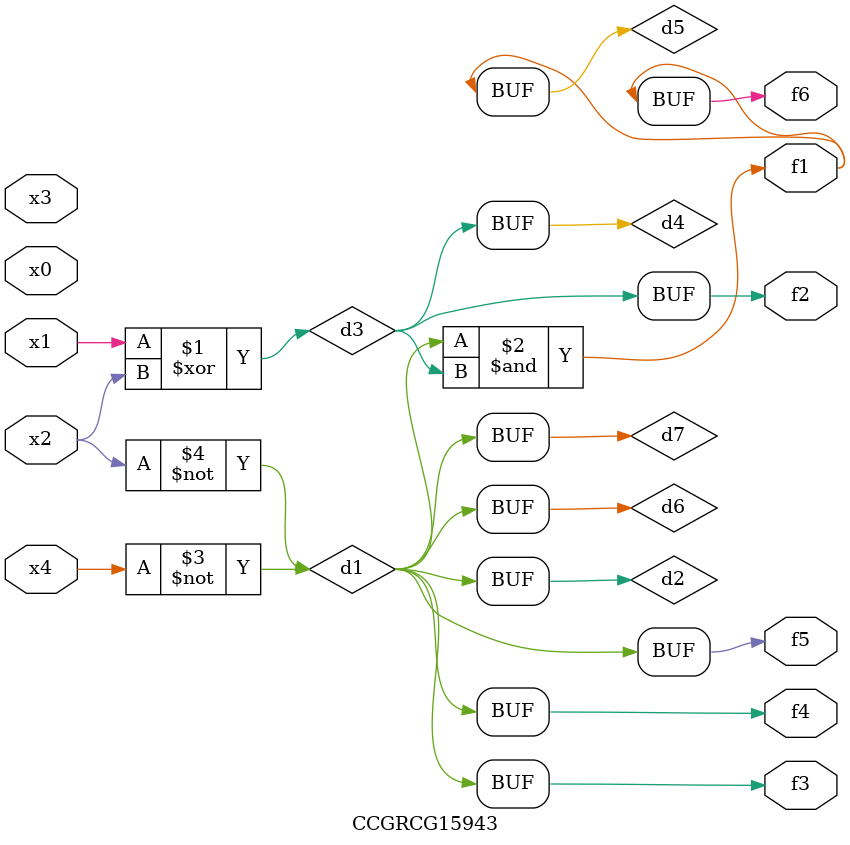
<source format=v>
module CCGRCG15943(
	input x0, x1, x2, x3, x4,
	output f1, f2, f3, f4, f5, f6
);

	wire d1, d2, d3, d4, d5, d6, d7;

	not (d1, x4);
	not (d2, x2);
	xor (d3, x1, x2);
	buf (d4, d3);
	and (d5, d1, d3);
	buf (d6, d1, d2);
	buf (d7, d2);
	assign f1 = d5;
	assign f2 = d4;
	assign f3 = d7;
	assign f4 = d7;
	assign f5 = d7;
	assign f6 = d5;
endmodule

</source>
